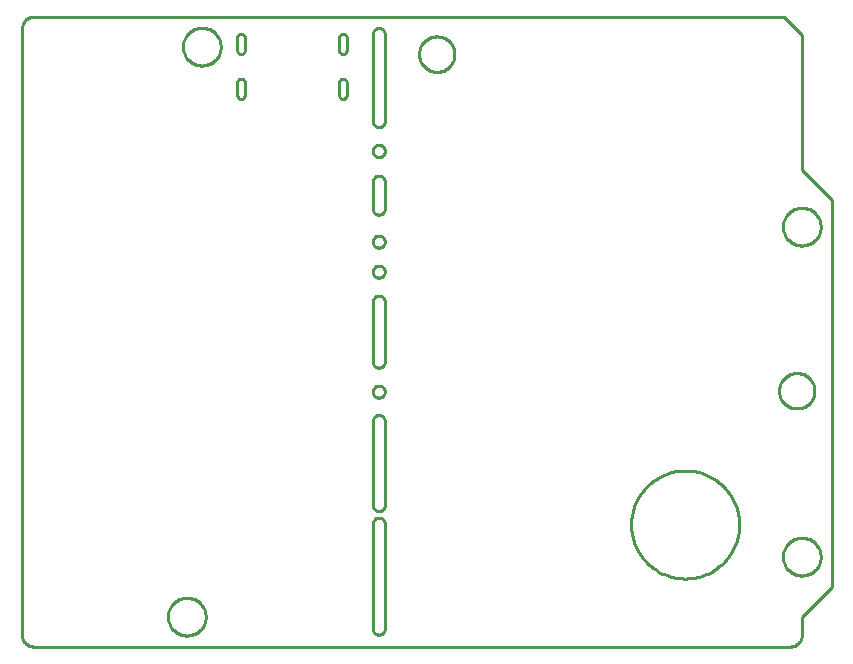
<source format=gbr>
G04 EAGLE Gerber RS-274X export*
G75*
%MOMM*%
%FSLAX34Y34*%
%LPD*%
%IN*%
%IPPOS*%
%AMOC8*
5,1,8,0,0,1.08239X$1,22.5*%
G01*
%ADD10C,0.254000*%


D10*
X0Y10160D02*
X39Y9275D01*
X154Y8396D01*
X346Y7530D01*
X613Y6685D01*
X952Y5866D01*
X1361Y5080D01*
X1837Y4332D01*
X2377Y3629D01*
X2976Y2976D01*
X3629Y2377D01*
X4332Y1837D01*
X5080Y1361D01*
X5866Y952D01*
X6685Y613D01*
X7530Y346D01*
X8396Y154D01*
X9275Y39D01*
X10160Y0D01*
X650240Y0D01*
X651126Y39D01*
X652004Y154D01*
X652870Y346D01*
X653715Y613D01*
X654534Y952D01*
X655320Y1361D01*
X656068Y1837D01*
X656771Y2377D01*
X657424Y2976D01*
X658023Y3629D01*
X658563Y4332D01*
X659039Y5080D01*
X659448Y5866D01*
X659787Y6685D01*
X660054Y7530D01*
X660246Y8396D01*
X660361Y9275D01*
X660400Y10160D01*
X660400Y25400D01*
X685800Y50800D01*
X685800Y378460D01*
X660400Y403860D01*
X660400Y518160D01*
X645160Y533400D01*
X10160Y533400D01*
X9275Y533361D01*
X8396Y533246D01*
X7530Y533054D01*
X6685Y532787D01*
X5866Y532448D01*
X5080Y532039D01*
X4332Y531563D01*
X3629Y531023D01*
X2976Y530424D01*
X2377Y529771D01*
X1837Y529068D01*
X1361Y528320D01*
X952Y527534D01*
X613Y526715D01*
X346Y525870D01*
X154Y525004D01*
X39Y524126D01*
X0Y523240D01*
X0Y10160D01*
X182444Y504904D02*
X182456Y504631D01*
X182492Y504361D01*
X182551Y504095D01*
X182633Y503835D01*
X182737Y503582D01*
X182863Y503341D01*
X183010Y503110D01*
X183176Y502894D01*
X183360Y502693D01*
X183561Y502509D01*
X183777Y502343D01*
X184008Y502196D01*
X184249Y502070D01*
X184502Y501966D01*
X184762Y501884D01*
X185028Y501825D01*
X185298Y501789D01*
X185571Y501777D01*
X185844Y501789D01*
X186114Y501825D01*
X186380Y501884D01*
X186641Y501966D01*
X186893Y502070D01*
X187135Y502196D01*
X187365Y502343D01*
X187581Y502509D01*
X187782Y502693D01*
X187966Y502894D01*
X188133Y503110D01*
X188279Y503341D01*
X188405Y503582D01*
X188509Y503835D01*
X188591Y504095D01*
X188651Y504361D01*
X188686Y504631D01*
X188698Y504904D01*
X188698Y515904D01*
X188686Y516177D01*
X188651Y516447D01*
X188591Y516713D01*
X188509Y516974D01*
X188405Y517226D01*
X188279Y517468D01*
X188133Y517698D01*
X187966Y517914D01*
X187782Y518115D01*
X187581Y518299D01*
X187365Y518466D01*
X187135Y518612D01*
X186893Y518738D01*
X186641Y518842D01*
X186380Y518924D01*
X186114Y518984D01*
X185844Y519019D01*
X185571Y519031D01*
X185298Y519019D01*
X185028Y518984D01*
X184762Y518924D01*
X184502Y518842D01*
X184249Y518738D01*
X184008Y518612D01*
X183777Y518466D01*
X183561Y518299D01*
X183360Y518115D01*
X183176Y517914D01*
X183010Y517698D01*
X182863Y517468D01*
X182737Y517226D01*
X182633Y516974D01*
X182551Y516713D01*
X182492Y516447D01*
X182456Y516177D01*
X182444Y515904D01*
X182444Y504904D01*
X268698Y504904D02*
X268710Y504631D01*
X268746Y504361D01*
X268805Y504095D01*
X268887Y503835D01*
X268991Y503582D01*
X269117Y503341D01*
X269264Y503110D01*
X269430Y502894D01*
X269614Y502693D01*
X269815Y502509D01*
X270031Y502343D01*
X270262Y502196D01*
X270503Y502070D01*
X270756Y501966D01*
X271016Y501884D01*
X271282Y501825D01*
X271552Y501789D01*
X271825Y501777D01*
X272098Y501789D01*
X272368Y501825D01*
X272634Y501884D01*
X272895Y501966D01*
X273147Y502070D01*
X273389Y502196D01*
X273619Y502343D01*
X273835Y502509D01*
X274036Y502693D01*
X274220Y502894D01*
X274387Y503110D01*
X274533Y503341D01*
X274659Y503582D01*
X274763Y503835D01*
X274845Y504095D01*
X274905Y504361D01*
X274940Y504631D01*
X274952Y504904D01*
X274952Y515904D01*
X274940Y516177D01*
X274905Y516447D01*
X274845Y516713D01*
X274763Y516974D01*
X274659Y517226D01*
X274533Y517468D01*
X274387Y517698D01*
X274220Y517914D01*
X274036Y518115D01*
X273835Y518299D01*
X273619Y518466D01*
X273389Y518612D01*
X273147Y518738D01*
X272895Y518842D01*
X272634Y518924D01*
X272368Y518984D01*
X272098Y519019D01*
X271825Y519031D01*
X271552Y519019D01*
X271282Y518984D01*
X271016Y518924D01*
X270756Y518842D01*
X270503Y518738D01*
X270262Y518612D01*
X270031Y518466D01*
X269815Y518299D01*
X269614Y518115D01*
X269430Y517914D01*
X269264Y517698D01*
X269117Y517468D01*
X268991Y517226D01*
X268887Y516974D01*
X268805Y516713D01*
X268746Y516447D01*
X268710Y516177D01*
X268698Y515904D01*
X268698Y504904D01*
X182444Y466904D02*
X182456Y466631D01*
X182492Y466361D01*
X182551Y466095D01*
X182633Y465835D01*
X182737Y465582D01*
X182863Y465341D01*
X183010Y465110D01*
X183176Y464894D01*
X183360Y464693D01*
X183561Y464509D01*
X183777Y464343D01*
X184008Y464196D01*
X184249Y464070D01*
X184502Y463966D01*
X184762Y463884D01*
X185028Y463825D01*
X185298Y463789D01*
X185571Y463777D01*
X185844Y463789D01*
X186114Y463825D01*
X186380Y463884D01*
X186641Y463966D01*
X186893Y464070D01*
X187135Y464196D01*
X187365Y464343D01*
X187581Y464509D01*
X187782Y464693D01*
X187966Y464894D01*
X188133Y465110D01*
X188279Y465341D01*
X188405Y465582D01*
X188509Y465835D01*
X188591Y466095D01*
X188651Y466361D01*
X188686Y466631D01*
X188698Y466904D01*
X188698Y477904D01*
X188686Y478177D01*
X188651Y478447D01*
X188591Y478713D01*
X188509Y478974D01*
X188405Y479226D01*
X188279Y479468D01*
X188133Y479698D01*
X187966Y479914D01*
X187782Y480115D01*
X187581Y480299D01*
X187365Y480466D01*
X187135Y480612D01*
X186893Y480738D01*
X186641Y480842D01*
X186380Y480924D01*
X186114Y480984D01*
X185844Y481019D01*
X185571Y481031D01*
X185298Y481019D01*
X185028Y480984D01*
X184762Y480924D01*
X184502Y480842D01*
X184249Y480738D01*
X184008Y480612D01*
X183777Y480466D01*
X183561Y480299D01*
X183360Y480115D01*
X183176Y479914D01*
X183010Y479698D01*
X182863Y479468D01*
X182737Y479226D01*
X182633Y478974D01*
X182551Y478713D01*
X182492Y478447D01*
X182456Y478177D01*
X182444Y477904D01*
X182444Y466904D01*
X268698Y466904D02*
X268710Y466631D01*
X268746Y466361D01*
X268805Y466095D01*
X268887Y465835D01*
X268991Y465582D01*
X269117Y465341D01*
X269264Y465110D01*
X269430Y464894D01*
X269614Y464693D01*
X269815Y464509D01*
X270031Y464343D01*
X270262Y464196D01*
X270503Y464070D01*
X270756Y463966D01*
X271016Y463884D01*
X271282Y463825D01*
X271552Y463789D01*
X271825Y463777D01*
X272098Y463789D01*
X272368Y463825D01*
X272634Y463884D01*
X272895Y463966D01*
X273147Y464070D01*
X273389Y464196D01*
X273619Y464343D01*
X273835Y464509D01*
X274036Y464693D01*
X274220Y464894D01*
X274387Y465110D01*
X274533Y465341D01*
X274659Y465582D01*
X274763Y465835D01*
X274845Y466095D01*
X274905Y466361D01*
X274940Y466631D01*
X274952Y466904D01*
X274952Y477904D01*
X274940Y478177D01*
X274905Y478447D01*
X274845Y478713D01*
X274763Y478974D01*
X274659Y479226D01*
X274533Y479468D01*
X274387Y479698D01*
X274220Y479914D01*
X274036Y480115D01*
X273835Y480299D01*
X273619Y480466D01*
X273389Y480612D01*
X273147Y480738D01*
X272895Y480842D01*
X272634Y480924D01*
X272368Y480984D01*
X272098Y481019D01*
X271825Y481031D01*
X271552Y481019D01*
X271282Y480984D01*
X271016Y480924D01*
X270756Y480842D01*
X270503Y480738D01*
X270262Y480612D01*
X270031Y480466D01*
X269815Y480299D01*
X269614Y480115D01*
X269430Y479914D01*
X269264Y479698D01*
X269117Y479468D01*
X268991Y479226D01*
X268887Y478974D01*
X268805Y478713D01*
X268746Y478447D01*
X268710Y478177D01*
X268698Y477904D01*
X268698Y466904D01*
X297180Y215900D02*
X297199Y215457D01*
X297257Y215018D01*
X297353Y214585D01*
X297486Y214163D01*
X297656Y213753D01*
X297861Y213360D01*
X298099Y212986D01*
X298369Y212635D01*
X298668Y212308D01*
X298995Y212009D01*
X299346Y211739D01*
X299720Y211501D01*
X300113Y211296D01*
X300523Y211126D01*
X300945Y210993D01*
X301378Y210897D01*
X301817Y210839D01*
X302260Y210820D01*
X302703Y210839D01*
X303142Y210897D01*
X303575Y210993D01*
X303997Y211126D01*
X304407Y211296D01*
X304800Y211501D01*
X305174Y211739D01*
X305525Y212009D01*
X305852Y212308D01*
X306152Y212635D01*
X306421Y212986D01*
X306659Y213360D01*
X306864Y213753D01*
X307034Y214163D01*
X307167Y214585D01*
X307263Y215018D01*
X307321Y215457D01*
X307340Y215900D01*
X307321Y216343D01*
X307263Y216782D01*
X307167Y217215D01*
X307034Y217637D01*
X306864Y218047D01*
X306659Y218440D01*
X306421Y218814D01*
X306152Y219165D01*
X305852Y219492D01*
X305525Y219792D01*
X305174Y220061D01*
X304800Y220299D01*
X304407Y220504D01*
X303997Y220674D01*
X303575Y220807D01*
X303142Y220903D01*
X302703Y220961D01*
X302260Y220980D01*
X301817Y220961D01*
X301378Y220903D01*
X300945Y220807D01*
X300523Y220674D01*
X300113Y220504D01*
X299720Y220299D01*
X299346Y220061D01*
X298995Y219792D01*
X298668Y219492D01*
X298369Y219165D01*
X298099Y218814D01*
X297861Y218440D01*
X297656Y218047D01*
X297486Y217637D01*
X297353Y217215D01*
X297257Y216782D01*
X297199Y216343D01*
X297180Y215900D01*
X297180Y342900D02*
X297199Y342457D01*
X297257Y342018D01*
X297353Y341585D01*
X297486Y341163D01*
X297656Y340753D01*
X297861Y340360D01*
X298099Y339986D01*
X298369Y339635D01*
X298668Y339308D01*
X298995Y339009D01*
X299346Y338739D01*
X299720Y338501D01*
X300113Y338296D01*
X300523Y338126D01*
X300945Y337993D01*
X301378Y337897D01*
X301817Y337839D01*
X302260Y337820D01*
X302703Y337839D01*
X303142Y337897D01*
X303575Y337993D01*
X303997Y338126D01*
X304407Y338296D01*
X304800Y338501D01*
X305174Y338739D01*
X305525Y339009D01*
X305852Y339308D01*
X306152Y339635D01*
X306421Y339986D01*
X306659Y340360D01*
X306864Y340753D01*
X307034Y341163D01*
X307167Y341585D01*
X307263Y342018D01*
X307321Y342457D01*
X307340Y342900D01*
X307321Y343343D01*
X307263Y343782D01*
X307167Y344215D01*
X307034Y344637D01*
X306864Y345047D01*
X306659Y345440D01*
X306421Y345814D01*
X306152Y346165D01*
X305852Y346492D01*
X305525Y346792D01*
X305174Y347061D01*
X304800Y347299D01*
X304407Y347504D01*
X303997Y347674D01*
X303575Y347807D01*
X303142Y347903D01*
X302703Y347961D01*
X302260Y347980D01*
X301817Y347961D01*
X301378Y347903D01*
X300945Y347807D01*
X300523Y347674D01*
X300113Y347504D01*
X299720Y347299D01*
X299346Y347061D01*
X298995Y346792D01*
X298668Y346492D01*
X298369Y346165D01*
X298099Y345814D01*
X297861Y345440D01*
X297656Y345047D01*
X297486Y344637D01*
X297353Y344215D01*
X297257Y343782D01*
X297199Y343343D01*
X297180Y342900D01*
X297180Y317500D02*
X297199Y317057D01*
X297257Y316618D01*
X297353Y316185D01*
X297486Y315763D01*
X297656Y315353D01*
X297861Y314960D01*
X298099Y314586D01*
X298369Y314235D01*
X298668Y313908D01*
X298995Y313609D01*
X299346Y313339D01*
X299720Y313101D01*
X300113Y312896D01*
X300523Y312726D01*
X300945Y312593D01*
X301378Y312497D01*
X301817Y312439D01*
X302260Y312420D01*
X302703Y312439D01*
X303142Y312497D01*
X303575Y312593D01*
X303997Y312726D01*
X304407Y312896D01*
X304800Y313101D01*
X305174Y313339D01*
X305525Y313609D01*
X305852Y313908D01*
X306152Y314235D01*
X306421Y314586D01*
X306659Y314960D01*
X306864Y315353D01*
X307034Y315763D01*
X307167Y316185D01*
X307263Y316618D01*
X307321Y317057D01*
X307340Y317500D01*
X307321Y317943D01*
X307263Y318382D01*
X307167Y318815D01*
X307034Y319237D01*
X306864Y319647D01*
X306659Y320040D01*
X306421Y320414D01*
X306152Y320765D01*
X305852Y321092D01*
X305525Y321392D01*
X305174Y321661D01*
X304800Y321899D01*
X304407Y322104D01*
X303997Y322274D01*
X303575Y322407D01*
X303142Y322503D01*
X302703Y322561D01*
X302260Y322580D01*
X301817Y322561D01*
X301378Y322503D01*
X300945Y322407D01*
X300523Y322274D01*
X300113Y322104D01*
X299720Y321899D01*
X299346Y321661D01*
X298995Y321392D01*
X298668Y321092D01*
X298369Y320765D01*
X298099Y320414D01*
X297861Y320040D01*
X297656Y319647D01*
X297486Y319237D01*
X297353Y318815D01*
X297257Y318382D01*
X297199Y317943D01*
X297180Y317500D01*
X297180Y419608D02*
X297199Y419165D01*
X297257Y418726D01*
X297353Y418293D01*
X297486Y417871D01*
X297656Y417461D01*
X297861Y417068D01*
X298099Y416694D01*
X298369Y416343D01*
X298668Y416016D01*
X298995Y415717D01*
X299346Y415447D01*
X299720Y415209D01*
X300113Y415004D01*
X300523Y414834D01*
X300945Y414701D01*
X301378Y414605D01*
X301817Y414547D01*
X302260Y414528D01*
X302703Y414547D01*
X303142Y414605D01*
X303575Y414701D01*
X303997Y414834D01*
X304407Y415004D01*
X304800Y415209D01*
X305174Y415447D01*
X305525Y415717D01*
X305852Y416016D01*
X306152Y416343D01*
X306421Y416694D01*
X306659Y417068D01*
X306864Y417461D01*
X307034Y417871D01*
X307167Y418293D01*
X307263Y418726D01*
X307321Y419165D01*
X307340Y419608D01*
X307331Y420062D01*
X307283Y420514D01*
X307195Y420960D01*
X307069Y421397D01*
X306906Y421820D01*
X306706Y422229D01*
X306471Y422618D01*
X306203Y422985D01*
X305905Y423327D01*
X305577Y423642D01*
X305224Y423927D01*
X304847Y424181D01*
X304449Y424400D01*
X304033Y424585D01*
X303603Y424732D01*
X303162Y424841D01*
X302713Y424911D01*
X302260Y424942D01*
X301807Y424911D01*
X301358Y424841D01*
X300917Y424732D01*
X300487Y424585D01*
X300071Y424400D01*
X299674Y424181D01*
X299296Y423927D01*
X298943Y423642D01*
X298615Y423327D01*
X298317Y422985D01*
X298049Y422618D01*
X297814Y422229D01*
X297614Y421820D01*
X297451Y421397D01*
X297325Y420960D01*
X297237Y420514D01*
X297189Y420062D01*
X297180Y419608D01*
X297180Y370840D02*
X297199Y370397D01*
X297257Y369958D01*
X297353Y369525D01*
X297486Y369103D01*
X297656Y368693D01*
X297861Y368300D01*
X298099Y367926D01*
X298369Y367575D01*
X298668Y367248D01*
X298995Y366949D01*
X299346Y366679D01*
X299720Y366441D01*
X300113Y366236D01*
X300523Y366066D01*
X300945Y365933D01*
X301378Y365837D01*
X301817Y365779D01*
X302260Y365760D01*
X302703Y365779D01*
X303142Y365837D01*
X303575Y365933D01*
X303997Y366066D01*
X304407Y366236D01*
X304800Y366441D01*
X305174Y366679D01*
X305525Y366949D01*
X305852Y367248D01*
X306152Y367575D01*
X306421Y367926D01*
X306659Y368300D01*
X306864Y368693D01*
X307034Y369103D01*
X307167Y369525D01*
X307263Y369958D01*
X307321Y370397D01*
X307340Y370840D01*
X307340Y393700D01*
X307321Y394143D01*
X307263Y394582D01*
X307167Y395015D01*
X307034Y395437D01*
X306864Y395847D01*
X306659Y396240D01*
X306421Y396614D01*
X306152Y396965D01*
X305852Y397292D01*
X305525Y397592D01*
X305174Y397861D01*
X304800Y398099D01*
X304407Y398304D01*
X303997Y398474D01*
X303575Y398607D01*
X303142Y398703D01*
X302703Y398761D01*
X302260Y398780D01*
X301817Y398761D01*
X301378Y398703D01*
X300945Y398607D01*
X300523Y398474D01*
X300113Y398304D01*
X299720Y398099D01*
X299346Y397861D01*
X298995Y397592D01*
X298668Y397292D01*
X298369Y396965D01*
X298099Y396614D01*
X297861Y396240D01*
X297656Y395847D01*
X297486Y395437D01*
X297353Y395015D01*
X297257Y394582D01*
X297199Y394143D01*
X297180Y393700D01*
X297180Y370840D01*
X297180Y241300D02*
X297199Y240857D01*
X297257Y240418D01*
X297353Y239985D01*
X297486Y239563D01*
X297656Y239153D01*
X297861Y238760D01*
X298099Y238386D01*
X298369Y238035D01*
X298668Y237708D01*
X298995Y237409D01*
X299346Y237139D01*
X299720Y236901D01*
X300113Y236696D01*
X300523Y236526D01*
X300945Y236393D01*
X301378Y236297D01*
X301817Y236239D01*
X302260Y236220D01*
X302703Y236239D01*
X303142Y236297D01*
X303575Y236393D01*
X303997Y236526D01*
X304407Y236696D01*
X304800Y236901D01*
X305174Y237139D01*
X305525Y237409D01*
X305852Y237708D01*
X306152Y238035D01*
X306421Y238386D01*
X306659Y238760D01*
X306864Y239153D01*
X307034Y239563D01*
X307167Y239985D01*
X307263Y240418D01*
X307321Y240857D01*
X307340Y241300D01*
X307340Y292100D01*
X307321Y292543D01*
X307263Y292982D01*
X307167Y293415D01*
X307034Y293837D01*
X306864Y294247D01*
X306659Y294640D01*
X306421Y295014D01*
X306152Y295365D01*
X305852Y295692D01*
X305525Y295992D01*
X305174Y296261D01*
X304800Y296499D01*
X304407Y296704D01*
X303997Y296874D01*
X303575Y297007D01*
X303142Y297103D01*
X302703Y297161D01*
X302260Y297180D01*
X301817Y297161D01*
X301378Y297103D01*
X300945Y297007D01*
X300523Y296874D01*
X300113Y296704D01*
X299720Y296499D01*
X299346Y296261D01*
X298995Y295992D01*
X298668Y295692D01*
X298369Y295365D01*
X298099Y295014D01*
X297861Y294640D01*
X297656Y294247D01*
X297486Y293837D01*
X297353Y293415D01*
X297257Y292982D01*
X297199Y292543D01*
X297180Y292100D01*
X297180Y241300D01*
X297180Y445008D02*
X297199Y444565D01*
X297257Y444126D01*
X297353Y443693D01*
X297486Y443271D01*
X297656Y442861D01*
X297861Y442468D01*
X298099Y442094D01*
X298369Y441743D01*
X298668Y441416D01*
X298995Y441117D01*
X299346Y440847D01*
X299720Y440609D01*
X300113Y440404D01*
X300523Y440234D01*
X300945Y440101D01*
X301378Y440005D01*
X301817Y439947D01*
X302260Y439928D01*
X302703Y439947D01*
X303142Y440005D01*
X303575Y440101D01*
X303997Y440234D01*
X304407Y440404D01*
X304800Y440609D01*
X305174Y440847D01*
X305525Y441117D01*
X305852Y441416D01*
X306152Y441743D01*
X306421Y442094D01*
X306659Y442468D01*
X306864Y442861D01*
X307034Y443271D01*
X307167Y443693D01*
X307263Y444126D01*
X307321Y444565D01*
X307340Y445008D01*
X307340Y518668D01*
X307321Y519111D01*
X307263Y519550D01*
X307167Y519983D01*
X307034Y520405D01*
X306864Y520815D01*
X306659Y521208D01*
X306421Y521582D01*
X306152Y521933D01*
X305852Y522260D01*
X305525Y522560D01*
X305174Y522829D01*
X304800Y523067D01*
X304407Y523272D01*
X303997Y523442D01*
X303575Y523575D01*
X303142Y523671D01*
X302703Y523729D01*
X302260Y523748D01*
X301817Y523729D01*
X301378Y523671D01*
X300945Y523575D01*
X300523Y523442D01*
X300113Y523272D01*
X299720Y523067D01*
X299346Y522829D01*
X298995Y522560D01*
X298668Y522260D01*
X298369Y521933D01*
X298099Y521582D01*
X297861Y521208D01*
X297656Y520815D01*
X297486Y520405D01*
X297353Y519983D01*
X297257Y519550D01*
X297199Y519111D01*
X297180Y518668D01*
X297180Y445008D01*
X297180Y119888D02*
X297199Y119445D01*
X297257Y119006D01*
X297353Y118573D01*
X297486Y118151D01*
X297656Y117741D01*
X297861Y117348D01*
X298099Y116974D01*
X298369Y116623D01*
X298668Y116296D01*
X298995Y115997D01*
X299346Y115727D01*
X299720Y115489D01*
X300113Y115284D01*
X300523Y115114D01*
X300945Y114981D01*
X301378Y114885D01*
X301817Y114827D01*
X302260Y114808D01*
X302703Y114827D01*
X303142Y114885D01*
X303575Y114981D01*
X303997Y115114D01*
X304407Y115284D01*
X304800Y115489D01*
X305174Y115727D01*
X305525Y115997D01*
X305852Y116296D01*
X306152Y116623D01*
X306421Y116974D01*
X306659Y117348D01*
X306864Y117741D01*
X307034Y118151D01*
X307167Y118573D01*
X307263Y119006D01*
X307321Y119445D01*
X307340Y119888D01*
X307340Y191008D01*
X307321Y191451D01*
X307263Y191890D01*
X307167Y192323D01*
X307034Y192745D01*
X306864Y193155D01*
X306659Y193548D01*
X306421Y193922D01*
X306152Y194273D01*
X305852Y194600D01*
X305525Y194900D01*
X305174Y195169D01*
X304800Y195407D01*
X304407Y195612D01*
X303997Y195782D01*
X303575Y195915D01*
X303142Y196011D01*
X302703Y196069D01*
X302260Y196088D01*
X301817Y196069D01*
X301378Y196011D01*
X300945Y195915D01*
X300523Y195782D01*
X300113Y195612D01*
X299720Y195407D01*
X299346Y195169D01*
X298995Y194900D01*
X298668Y194600D01*
X298369Y194273D01*
X298099Y193922D01*
X297861Y193548D01*
X297656Y193155D01*
X297486Y192745D01*
X297353Y192323D01*
X297257Y191890D01*
X297199Y191451D01*
X297180Y191008D01*
X297180Y119888D01*
X297180Y15240D02*
X297199Y14797D01*
X297257Y14358D01*
X297353Y13925D01*
X297486Y13503D01*
X297656Y13093D01*
X297861Y12700D01*
X298099Y12326D01*
X298369Y11975D01*
X298668Y11648D01*
X298995Y11349D01*
X299346Y11079D01*
X299720Y10841D01*
X300113Y10636D01*
X300523Y10466D01*
X300945Y10333D01*
X301378Y10237D01*
X301817Y10179D01*
X302260Y10160D01*
X302703Y10179D01*
X303142Y10237D01*
X303575Y10333D01*
X303997Y10466D01*
X304407Y10636D01*
X304800Y10841D01*
X305174Y11079D01*
X305525Y11349D01*
X305852Y11648D01*
X306152Y11975D01*
X306421Y12326D01*
X306659Y12700D01*
X306864Y13093D01*
X307034Y13503D01*
X307167Y13925D01*
X307263Y14358D01*
X307321Y14797D01*
X307340Y15240D01*
X307340Y104140D01*
X307321Y104583D01*
X307263Y105022D01*
X307167Y105455D01*
X307034Y105877D01*
X306864Y106287D01*
X306659Y106680D01*
X306421Y107054D01*
X306152Y107405D01*
X305852Y107732D01*
X305525Y108032D01*
X305174Y108301D01*
X304800Y108539D01*
X304407Y108744D01*
X303997Y108914D01*
X303575Y109047D01*
X303142Y109143D01*
X302703Y109201D01*
X302260Y109220D01*
X301817Y109201D01*
X301378Y109143D01*
X300945Y109047D01*
X300523Y108914D01*
X300113Y108744D01*
X299720Y108539D01*
X299346Y108301D01*
X298995Y108032D01*
X298668Y107732D01*
X298369Y107405D01*
X298099Y107054D01*
X297861Y106680D01*
X297656Y106287D01*
X297486Y105877D01*
X297353Y105455D01*
X297257Y105022D01*
X297199Y104583D01*
X297180Y104140D01*
X297180Y15240D01*
X168400Y507476D02*
X168332Y506431D01*
X168195Y505392D01*
X167990Y504365D01*
X167719Y503353D01*
X167383Y502361D01*
X166982Y501393D01*
X166518Y500454D01*
X165995Y499546D01*
X165413Y498675D01*
X164775Y497844D01*
X164084Y497057D01*
X163343Y496316D01*
X162556Y495625D01*
X161725Y494988D01*
X160854Y494406D01*
X159946Y493882D01*
X159007Y493418D01*
X158039Y493017D01*
X157047Y492681D01*
X156035Y492410D01*
X155008Y492205D01*
X153969Y492069D01*
X152924Y492000D01*
X151876Y492000D01*
X150831Y492069D01*
X149792Y492205D01*
X148765Y492410D01*
X147753Y492681D01*
X146761Y493017D01*
X145793Y493418D01*
X144854Y493882D01*
X143946Y494406D01*
X143075Y494988D01*
X142244Y495625D01*
X141457Y496316D01*
X140716Y497057D01*
X140025Y497844D01*
X139388Y498675D01*
X138806Y499546D01*
X138282Y500454D01*
X137818Y501393D01*
X137417Y502361D01*
X137081Y503353D01*
X136810Y504365D01*
X136605Y505392D01*
X136469Y506431D01*
X136400Y507476D01*
X136400Y508524D01*
X136469Y509569D01*
X136605Y510608D01*
X136810Y511635D01*
X137081Y512647D01*
X137417Y513639D01*
X137818Y514607D01*
X138282Y515546D01*
X138806Y516454D01*
X139388Y517325D01*
X140025Y518156D01*
X140716Y518943D01*
X141457Y519684D01*
X142244Y520375D01*
X143075Y521013D01*
X143946Y521595D01*
X144854Y522118D01*
X145793Y522582D01*
X146761Y522983D01*
X147753Y523319D01*
X148765Y523590D01*
X149792Y523795D01*
X150831Y523932D01*
X151876Y524000D01*
X152924Y524000D01*
X153969Y523932D01*
X155008Y523795D01*
X156035Y523590D01*
X157047Y523319D01*
X158039Y522983D01*
X159007Y522582D01*
X159946Y522118D01*
X160854Y521595D01*
X161725Y521013D01*
X162556Y520375D01*
X163343Y519684D01*
X164084Y518943D01*
X164775Y518156D01*
X165413Y517325D01*
X165995Y516454D01*
X166518Y515546D01*
X166982Y514607D01*
X167383Y513639D01*
X167719Y512647D01*
X167990Y511635D01*
X168195Y510608D01*
X168332Y509569D01*
X168400Y508524D01*
X168400Y507476D01*
X155700Y24876D02*
X155632Y23831D01*
X155495Y22792D01*
X155290Y21765D01*
X155019Y20753D01*
X154683Y19761D01*
X154282Y18793D01*
X153818Y17854D01*
X153295Y16946D01*
X152713Y16075D01*
X152075Y15244D01*
X151384Y14457D01*
X150643Y13716D01*
X149856Y13025D01*
X149025Y12388D01*
X148154Y11806D01*
X147246Y11282D01*
X146307Y10818D01*
X145339Y10417D01*
X144347Y10081D01*
X143335Y9810D01*
X142308Y9605D01*
X141269Y9469D01*
X140224Y9400D01*
X139176Y9400D01*
X138131Y9469D01*
X137092Y9605D01*
X136065Y9810D01*
X135053Y10081D01*
X134061Y10417D01*
X133093Y10818D01*
X132154Y11282D01*
X131246Y11806D01*
X130375Y12388D01*
X129544Y13025D01*
X128757Y13716D01*
X128016Y14457D01*
X127325Y15244D01*
X126688Y16075D01*
X126106Y16946D01*
X125582Y17854D01*
X125118Y18793D01*
X124717Y19761D01*
X124381Y20753D01*
X124110Y21765D01*
X123905Y22792D01*
X123769Y23831D01*
X123700Y24876D01*
X123700Y25924D01*
X123769Y26969D01*
X123905Y28008D01*
X124110Y29035D01*
X124381Y30047D01*
X124717Y31039D01*
X125118Y32007D01*
X125582Y32946D01*
X126106Y33854D01*
X126688Y34725D01*
X127325Y35556D01*
X128016Y36343D01*
X128757Y37084D01*
X129544Y37775D01*
X130375Y38413D01*
X131246Y38995D01*
X132154Y39518D01*
X133093Y39982D01*
X134061Y40383D01*
X135053Y40719D01*
X136065Y40990D01*
X137092Y41195D01*
X138131Y41332D01*
X139176Y41400D01*
X140224Y41400D01*
X141269Y41332D01*
X142308Y41195D01*
X143335Y40990D01*
X144347Y40719D01*
X145339Y40383D01*
X146307Y39982D01*
X147246Y39518D01*
X148154Y38995D01*
X149025Y38413D01*
X149856Y37775D01*
X150643Y37084D01*
X151384Y36343D01*
X152075Y35556D01*
X152713Y34725D01*
X153295Y33854D01*
X153818Y32946D01*
X154282Y32007D01*
X154683Y31039D01*
X155019Y30047D01*
X155290Y29035D01*
X155495Y28008D01*
X155632Y26969D01*
X155700Y25924D01*
X155700Y24876D01*
X676400Y75676D02*
X676332Y74631D01*
X676195Y73592D01*
X675990Y72565D01*
X675719Y71553D01*
X675383Y70561D01*
X674982Y69593D01*
X674518Y68654D01*
X673995Y67746D01*
X673413Y66875D01*
X672775Y66044D01*
X672084Y65257D01*
X671343Y64516D01*
X670556Y63825D01*
X669725Y63188D01*
X668854Y62606D01*
X667946Y62082D01*
X667007Y61618D01*
X666039Y61217D01*
X665047Y60881D01*
X664035Y60610D01*
X663008Y60405D01*
X661969Y60269D01*
X660924Y60200D01*
X659876Y60200D01*
X658831Y60269D01*
X657792Y60405D01*
X656765Y60610D01*
X655753Y60881D01*
X654761Y61217D01*
X653793Y61618D01*
X652854Y62082D01*
X651946Y62606D01*
X651075Y63188D01*
X650244Y63825D01*
X649457Y64516D01*
X648716Y65257D01*
X648025Y66044D01*
X647388Y66875D01*
X646806Y67746D01*
X646282Y68654D01*
X645818Y69593D01*
X645417Y70561D01*
X645081Y71553D01*
X644810Y72565D01*
X644605Y73592D01*
X644469Y74631D01*
X644400Y75676D01*
X644400Y76724D01*
X644469Y77769D01*
X644605Y78808D01*
X644810Y79835D01*
X645081Y80847D01*
X645417Y81839D01*
X645818Y82807D01*
X646282Y83746D01*
X646806Y84654D01*
X647388Y85525D01*
X648025Y86356D01*
X648716Y87143D01*
X649457Y87884D01*
X650244Y88575D01*
X651075Y89213D01*
X651946Y89795D01*
X652854Y90318D01*
X653793Y90782D01*
X654761Y91183D01*
X655753Y91519D01*
X656765Y91790D01*
X657792Y91995D01*
X658831Y92132D01*
X659876Y92200D01*
X660924Y92200D01*
X661969Y92132D01*
X663008Y91995D01*
X664035Y91790D01*
X665047Y91519D01*
X666039Y91183D01*
X667007Y90782D01*
X667946Y90318D01*
X668854Y89795D01*
X669725Y89213D01*
X670556Y88575D01*
X671343Y87884D01*
X672084Y87143D01*
X672775Y86356D01*
X673413Y85525D01*
X673995Y84654D01*
X674518Y83746D01*
X674982Y82807D01*
X675383Y81839D01*
X675719Y80847D01*
X675990Y79835D01*
X676195Y78808D01*
X676332Y77769D01*
X676400Y76724D01*
X676400Y75676D01*
X676400Y355076D02*
X676332Y354031D01*
X676195Y352992D01*
X675990Y351965D01*
X675719Y350953D01*
X675383Y349961D01*
X674982Y348993D01*
X674518Y348054D01*
X673995Y347146D01*
X673413Y346275D01*
X672775Y345444D01*
X672084Y344657D01*
X671343Y343916D01*
X670556Y343225D01*
X669725Y342588D01*
X668854Y342006D01*
X667946Y341482D01*
X667007Y341018D01*
X666039Y340617D01*
X665047Y340281D01*
X664035Y340010D01*
X663008Y339805D01*
X661969Y339669D01*
X660924Y339600D01*
X659876Y339600D01*
X658831Y339669D01*
X657792Y339805D01*
X656765Y340010D01*
X655753Y340281D01*
X654761Y340617D01*
X653793Y341018D01*
X652854Y341482D01*
X651946Y342006D01*
X651075Y342588D01*
X650244Y343225D01*
X649457Y343916D01*
X648716Y344657D01*
X648025Y345444D01*
X647388Y346275D01*
X646806Y347146D01*
X646282Y348054D01*
X645818Y348993D01*
X645417Y349961D01*
X645081Y350953D01*
X644810Y351965D01*
X644605Y352992D01*
X644469Y354031D01*
X644400Y355076D01*
X644400Y356124D01*
X644469Y357169D01*
X644605Y358208D01*
X644810Y359235D01*
X645081Y360247D01*
X645417Y361239D01*
X645818Y362207D01*
X646282Y363146D01*
X646806Y364054D01*
X647388Y364925D01*
X648025Y365756D01*
X648716Y366543D01*
X649457Y367284D01*
X650244Y367975D01*
X651075Y368613D01*
X651946Y369195D01*
X652854Y369718D01*
X653793Y370182D01*
X654761Y370583D01*
X655753Y370919D01*
X656765Y371190D01*
X657792Y371395D01*
X658831Y371532D01*
X659876Y371600D01*
X660924Y371600D01*
X661969Y371532D01*
X663008Y371395D01*
X664035Y371190D01*
X665047Y370919D01*
X666039Y370583D01*
X667007Y370182D01*
X667946Y369718D01*
X668854Y369195D01*
X669725Y368613D01*
X670556Y367975D01*
X671343Y367284D01*
X672084Y366543D01*
X672775Y365756D01*
X673413Y364925D01*
X673995Y364054D01*
X674518Y363146D01*
X674982Y362207D01*
X675383Y361239D01*
X675719Y360247D01*
X675990Y359235D01*
X676195Y358208D01*
X676332Y357169D01*
X676400Y356124D01*
X676400Y355076D01*
X366282Y501114D02*
X366206Y500046D01*
X366053Y498985D01*
X365825Y497938D01*
X365523Y496910D01*
X365149Y495906D01*
X364704Y494931D01*
X364190Y493991D01*
X363611Y493090D01*
X362969Y492232D01*
X362267Y491422D01*
X361510Y490665D01*
X360700Y489963D01*
X359842Y489321D01*
X358941Y488742D01*
X358001Y488228D01*
X357026Y487783D01*
X356022Y487409D01*
X354994Y487107D01*
X353947Y486879D01*
X352886Y486726D01*
X351818Y486650D01*
X350746Y486650D01*
X349678Y486726D01*
X348617Y486879D01*
X347570Y487107D01*
X346542Y487409D01*
X345538Y487783D01*
X344563Y488228D01*
X343623Y488742D01*
X342722Y489321D01*
X341864Y489963D01*
X341054Y490665D01*
X340297Y491422D01*
X339595Y492232D01*
X338953Y493090D01*
X338374Y493991D01*
X337860Y494931D01*
X337415Y495906D01*
X337041Y496910D01*
X336739Y497938D01*
X336511Y498985D01*
X336358Y500046D01*
X336282Y501114D01*
X336282Y502186D01*
X336358Y503254D01*
X336511Y504315D01*
X336739Y505362D01*
X337041Y506390D01*
X337415Y507394D01*
X337860Y508369D01*
X338374Y509309D01*
X338953Y510210D01*
X339595Y511068D01*
X340297Y511878D01*
X341054Y512635D01*
X341864Y513337D01*
X342722Y513979D01*
X343623Y514558D01*
X344563Y515072D01*
X345538Y515517D01*
X346542Y515891D01*
X347570Y516193D01*
X348617Y516421D01*
X349678Y516574D01*
X350746Y516650D01*
X351818Y516650D01*
X352886Y516574D01*
X353947Y516421D01*
X354994Y516193D01*
X356022Y515891D01*
X357026Y515517D01*
X358001Y515072D01*
X358941Y514558D01*
X359842Y513979D01*
X360700Y513337D01*
X361510Y512635D01*
X362267Y511878D01*
X362969Y511068D01*
X363611Y510210D01*
X364190Y509309D01*
X364704Y508369D01*
X365149Y507394D01*
X365523Y506390D01*
X365825Y505362D01*
X366053Y504315D01*
X366206Y503254D01*
X366282Y502186D01*
X366282Y501114D01*
X671082Y216114D02*
X671006Y215046D01*
X670853Y213985D01*
X670625Y212938D01*
X670323Y211910D01*
X669949Y210906D01*
X669504Y209931D01*
X668990Y208991D01*
X668411Y208090D01*
X667769Y207232D01*
X667067Y206422D01*
X666310Y205665D01*
X665500Y204963D01*
X664642Y204321D01*
X663741Y203742D01*
X662801Y203228D01*
X661826Y202783D01*
X660822Y202409D01*
X659794Y202107D01*
X658747Y201879D01*
X657686Y201726D01*
X656618Y201650D01*
X655546Y201650D01*
X654478Y201726D01*
X653417Y201879D01*
X652370Y202107D01*
X651342Y202409D01*
X650338Y202783D01*
X649363Y203228D01*
X648423Y203742D01*
X647522Y204321D01*
X646664Y204963D01*
X645854Y205665D01*
X645097Y206422D01*
X644395Y207232D01*
X643753Y208090D01*
X643174Y208991D01*
X642660Y209931D01*
X642215Y210906D01*
X641841Y211910D01*
X641539Y212938D01*
X641311Y213985D01*
X641158Y215046D01*
X641082Y216114D01*
X641082Y217186D01*
X641158Y218254D01*
X641311Y219315D01*
X641539Y220362D01*
X641841Y221390D01*
X642215Y222394D01*
X642660Y223369D01*
X643174Y224309D01*
X643753Y225210D01*
X644395Y226068D01*
X645097Y226878D01*
X645854Y227635D01*
X646664Y228337D01*
X647522Y228979D01*
X648423Y229558D01*
X649363Y230072D01*
X650338Y230517D01*
X651342Y230891D01*
X652370Y231193D01*
X653417Y231421D01*
X654478Y231574D01*
X655546Y231650D01*
X656618Y231650D01*
X657686Y231574D01*
X658747Y231421D01*
X659794Y231193D01*
X660822Y230891D01*
X661826Y230517D01*
X662801Y230072D01*
X663741Y229558D01*
X664642Y228979D01*
X665500Y228337D01*
X666310Y227635D01*
X667067Y226878D01*
X667769Y226068D01*
X668411Y225210D01*
X668990Y224309D01*
X669504Y223369D01*
X669949Y222394D01*
X670323Y221390D01*
X670625Y220362D01*
X670853Y219315D01*
X671006Y218254D01*
X671082Y217186D01*
X671082Y216114D01*
X515874Y104323D02*
X515952Y106212D01*
X516108Y108095D01*
X516342Y109971D01*
X516653Y111835D01*
X517041Y113685D01*
X517505Y115518D01*
X518044Y117329D01*
X518658Y119117D01*
X519345Y120878D01*
X520104Y122609D01*
X520935Y124307D01*
X521834Y125970D01*
X522802Y127593D01*
X523836Y129176D01*
X524934Y130714D01*
X526095Y132206D01*
X527317Y133648D01*
X528597Y135039D01*
X529933Y136375D01*
X531324Y137655D01*
X532766Y138877D01*
X534258Y140038D01*
X535796Y141136D01*
X537379Y142170D01*
X539003Y143138D01*
X540665Y144037D01*
X542363Y144868D01*
X544094Y145627D01*
X545855Y146314D01*
X547643Y146928D01*
X549454Y147467D01*
X551287Y147931D01*
X553137Y148319D01*
X555001Y148630D01*
X556877Y148864D01*
X558760Y149020D01*
X560649Y149098D01*
X562539Y149098D01*
X564428Y149020D01*
X566311Y148864D01*
X568187Y148630D01*
X570051Y148319D01*
X571901Y147931D01*
X573734Y147467D01*
X575545Y146928D01*
X577333Y146314D01*
X579094Y145627D01*
X580825Y144868D01*
X582523Y144037D01*
X584186Y143138D01*
X585809Y142170D01*
X587392Y141136D01*
X588930Y140038D01*
X590422Y138877D01*
X591864Y137655D01*
X593255Y136375D01*
X594591Y135039D01*
X595871Y133648D01*
X597093Y132206D01*
X598254Y130714D01*
X599352Y129176D01*
X600386Y127593D01*
X601354Y125970D01*
X602253Y124307D01*
X603084Y122609D01*
X603843Y120878D01*
X604530Y119117D01*
X605144Y117329D01*
X605683Y115518D01*
X606147Y113685D01*
X606535Y111835D01*
X606846Y109971D01*
X607080Y108095D01*
X607236Y106212D01*
X607314Y104323D01*
X607314Y102433D01*
X607236Y100544D01*
X607080Y98661D01*
X606846Y96785D01*
X606535Y94921D01*
X606147Y93071D01*
X605683Y91238D01*
X605144Y89427D01*
X604530Y87639D01*
X603843Y85878D01*
X603084Y84147D01*
X602253Y82449D01*
X601354Y80787D01*
X600386Y79163D01*
X599352Y77580D01*
X598254Y76042D01*
X597093Y74550D01*
X595871Y73108D01*
X594591Y71717D01*
X593255Y70381D01*
X591864Y69101D01*
X590422Y67879D01*
X588930Y66718D01*
X587392Y65620D01*
X585809Y64586D01*
X584186Y63618D01*
X582523Y62719D01*
X580825Y61888D01*
X579094Y61129D01*
X577333Y60442D01*
X575545Y59828D01*
X573734Y59289D01*
X571901Y58825D01*
X570051Y58437D01*
X568187Y58126D01*
X566311Y57892D01*
X564428Y57736D01*
X562539Y57658D01*
X560649Y57658D01*
X558760Y57736D01*
X556877Y57892D01*
X555001Y58126D01*
X553137Y58437D01*
X551287Y58825D01*
X549454Y59289D01*
X547643Y59828D01*
X545855Y60442D01*
X544094Y61129D01*
X542363Y61888D01*
X540665Y62719D01*
X539003Y63618D01*
X537379Y64586D01*
X535796Y65620D01*
X534258Y66718D01*
X532766Y67879D01*
X531324Y69101D01*
X529933Y70381D01*
X528597Y71717D01*
X527317Y73108D01*
X526095Y74550D01*
X524934Y76042D01*
X523836Y77580D01*
X522802Y79163D01*
X521834Y80787D01*
X520935Y82449D01*
X520104Y84147D01*
X519345Y85878D01*
X518658Y87639D01*
X518044Y89427D01*
X517505Y91238D01*
X517041Y93071D01*
X516653Y94921D01*
X516342Y96785D01*
X516108Y98661D01*
X515952Y100544D01*
X515874Y102433D01*
X515874Y104323D01*
M02*

</source>
